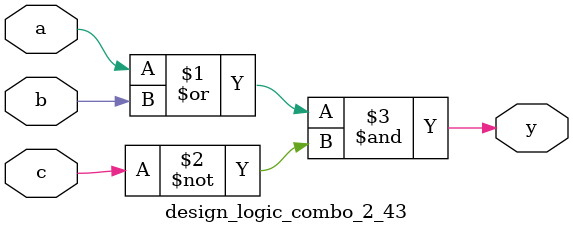
<source format=sv>
module design_logic_combo_2_43(input logic a,b,c, output logic y);
  assign y = (a | b) & (~c);
endmodule

</source>
